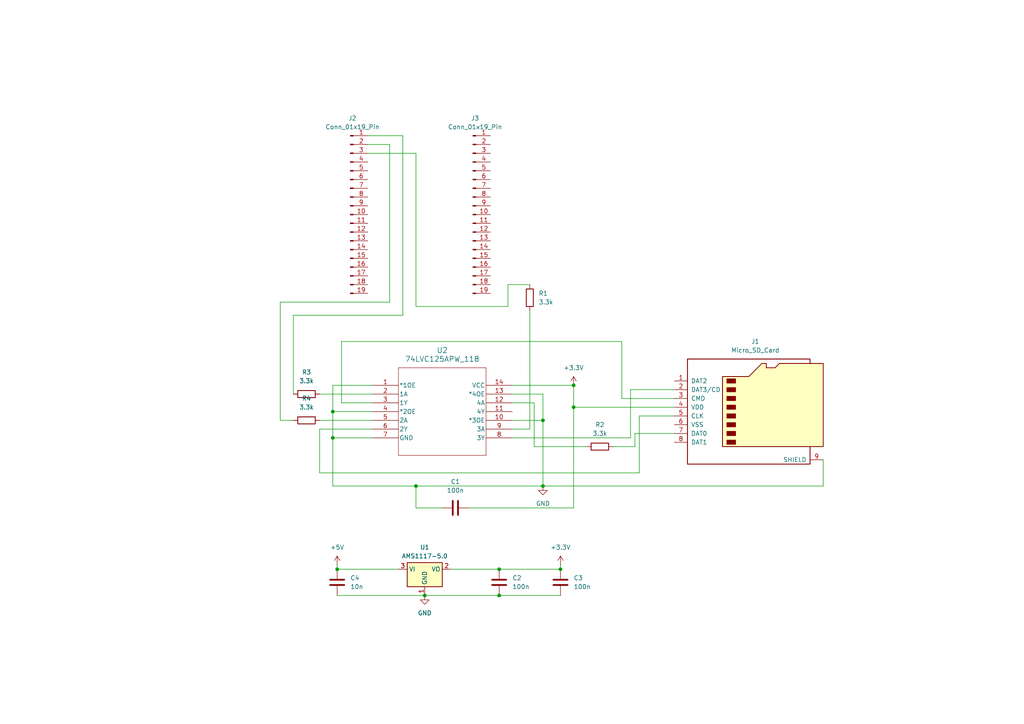
<source format=kicad_sch>
(kicad_sch (version 20231120) (generator "eeschema") (generator_version "8.0")
  (paper "A4")
  (lib_symbols
    (symbol "74LVC125APW,118:74LVC125APW_118" (pin_names (offset 0.254))
      (property "Reference" "U" (at 20.32 10.16 0))
      (property "Value" "74LVC125APW_118" (at 20.32 7.62 0))
      (symbol "74LVC125APW_118_0_1"
        (polyline (pts (xy 7.62 -20.32) (xy 33.02 -20.32)) (stroke (width 0.127)))
        (polyline (pts (xy 7.62 5.08) (xy 7.62 -20.32)) (stroke (width 0.127)))
        (polyline (pts (xy 33.02 -20.32) (xy 33.02 5.08)) (stroke (width 0.127)))
        (polyline (pts (xy 33.02 5.08) (xy 7.62 5.08)) (stroke (width 0.127)))
        (pin input line (at 0 0 0) (length 7.62) (name "*1OE") (number "1"))
        (pin input line (at 40.64 -10.16 180) (length 7.62) (name "*3OE") (number "10"))
        (pin output line (at 40.64 -7.62 180) (length 7.62) (name "4Y") (number "11"))
        (pin input line (at 40.64 -5.08 180) (length 7.62) (name "4A") (number "12"))
        (pin input line (at 40.64 -2.54 180) (length 7.62) (name "*4OE") (number "13"))
        (pin power_in line (at 40.64 0 180) (length 7.62) (name "VCC") (number "14"))
        (pin input line (at 0 -2.54 0) (length 7.62) (name "1A") (number "2"))
        (pin output line (at 0 -5.08 0) (length 7.62) (name "1Y") (number "3"))
        (pin input line (at 0 -7.62 0) (length 7.62) (name "*2OE") (number "4"))
        (pin input line (at 0 -10.16 0) (length 7.62) (name "2A") (number "5"))
        (pin output line (at 0 -12.7 0) (length 7.62) (name "2Y") (number "6"))
        (pin power_out line (at 0 -15.24 0) (length 7.62) (name "GND") (number "7"))
        (pin output line (at 40.64 -15.24 180) (length 7.62) (name "3Y") (number "8"))
        (pin input line (at 40.64 -12.7 180) (length 7.62) (name "3A") (number "9"))
      )
    )
    (symbol "Connector:Conn_01x19_Pin" (pin_names (offset 1.016) hide)
      (property "Reference" "J" (at 0 25.4 0))
      (property "Value" "Conn_01x19_Pin" (at 0 -25.4 0))
      (symbol "Conn_01x19_Pin_1_1"
        (polyline (pts (xy 1.27 -22.86) (xy 0.8636 -22.86)) (stroke (width 0.1524)))
        (polyline (pts (xy 1.27 -20.32) (xy 0.8636 -20.32)) (stroke (width 0.1524)))
        (polyline (pts (xy 1.27 -17.78) (xy 0.8636 -17.78)) (stroke (width 0.1524)))
        (polyline (pts (xy 1.27 -15.24) (xy 0.8636 -15.24)) (stroke (width 0.1524)))
        (polyline (pts (xy 1.27 -12.7) (xy 0.8636 -12.7)) (stroke (width 0.1524)))
        (polyline (pts (xy 1.27 -10.16) (xy 0.8636 -10.16)) (stroke (width 0.1524)))
        (polyline (pts (xy 1.27 -7.62) (xy 0.8636 -7.62)) (stroke (width 0.1524)))
        (polyline (pts (xy 1.27 -5.08) (xy 0.8636 -5.08)) (stroke (width 0.1524)))
        (polyline (pts (xy 1.27 -2.54) (xy 0.8636 -2.54)) (stroke (width 0.1524)))
        (polyline (pts (xy 1.27 0) (xy 0.8636 0)) (stroke (width 0.1524)))
        (polyline (pts (xy 1.27 2.54) (xy 0.8636 2.54)) (stroke (width 0.1524)))
        (polyline (pts (xy 1.27 5.08) (xy 0.8636 5.08)) (stroke (width 0.1524)))
        (polyline (pts (xy 1.27 7.62) (xy 0.8636 7.62)) (stroke (width 0.1524)))
        (polyline (pts (xy 1.27 10.16) (xy 0.8636 10.16)) (stroke (width 0.1524)))
        (polyline (pts (xy 1.27 12.7) (xy 0.8636 12.7)) (stroke (width 0.1524)))
        (polyline (pts (xy 1.27 15.24) (xy 0.8636 15.24)) (stroke (width 0.1524)))
        (polyline (pts (xy 1.27 17.78) (xy 0.8636 17.78)) (stroke (width 0.1524)))
        (polyline (pts (xy 1.27 20.32) (xy 0.8636 20.32)) (stroke (width 0.1524)))
        (polyline (pts (xy 1.27 22.86) (xy 0.8636 22.86)) (stroke (width 0.1524)))
        (rectangle (start 0.8636 -22.733) (end 0 -22.987) (stroke (width 0.1524)) (fill (type outline)))
        (rectangle (start 0.8636 -20.193) (end 0 -20.447) (stroke (width 0.1524)) (fill (type outline)))
        (rectangle (start 0.8636 -17.653) (end 0 -17.907) (stroke (width 0.1524)) (fill (type outline)))
        (rectangle (start 0.8636 -15.113) (end 0 -15.367) (stroke (width 0.1524)) (fill (type outline)))
        (rectangle (start 0.8636 -12.573) (end 0 -12.827) (stroke (width 0.1524)) (fill (type outline)))
        (rectangle (start 0.8636 -10.033) (end 0 -10.287) (stroke (width 0.1524)) (fill (type outline)))
        (rectangle (start 0.8636 -7.493) (end 0 -7.747) (stroke (width 0.1524)) (fill (type outline)))
        (rectangle (start 0.8636 -4.953) (end 0 -5.207) (stroke (width 0.1524)) (fill (type outline)))
        (rectangle (start 0.8636 -2.413) (end 0 -2.667) (stroke (width 0.1524)) (fill (type outline)))
        (rectangle (start 0.8636 0.127) (end 0 -0.127) (stroke (width 0.1524)) (fill (type outline)))
        (rectangle (start 0.8636 2.667) (end 0 2.413) (stroke (width 0.1524)) (fill (type outline)))
        (rectangle (start 0.8636 5.207) (end 0 4.953) (stroke (width 0.1524)) (fill (type outline)))
        (rectangle (start 0.8636 7.747) (end 0 7.493) (stroke (width 0.1524)) (fill (type outline)))
        (rectangle (start 0.8636 10.287) (end 0 10.033) (stroke (width 0.1524)) (fill (type outline)))
        (rectangle (start 0.8636 12.827) (end 0 12.573) (stroke (width 0.1524)) (fill (type outline)))
        (rectangle (start 0.8636 15.367) (end 0 15.113) (stroke (width 0.1524)) (fill (type outline)))
        (rectangle (start 0.8636 17.907) (end 0 17.653) (stroke (width 0.1524)) (fill (type outline)))
        (rectangle (start 0.8636 20.447) (end 0 20.193) (stroke (width 0.1524)) (fill (type outline)))
        (rectangle (start 0.8636 22.987) (end 0 22.733) (stroke (width 0.1524)) (fill (type outline)))
        (pin passive line (at 5.08 22.86 180) (length 3.81) (name "Pin_1") (number "1"))
        (pin passive line (at 5.08 0 180) (length 3.81) (name "Pin_10") (number "10"))
        (pin passive line (at 5.08 -2.54 180) (length 3.81) (name "Pin_11") (number "11"))
        (pin passive line (at 5.08 -5.08 180) (length 3.81) (name "Pin_12") (number "12"))
        (pin passive line (at 5.08 -7.62 180) (length 3.81) (name "Pin_13") (number "13"))
        (pin passive line (at 5.08 -10.16 180) (length 3.81) (name "Pin_14") (number "14"))
        (pin passive line (at 5.08 -12.7 180) (length 3.81) (name "Pin_15") (number "15"))
        (pin passive line (at 5.08 -15.24 180) (length 3.81) (name "Pin_16") (number "16"))
        (pin passive line (at 5.08 -17.78 180) (length 3.81) (name "Pin_17") (number "17"))
        (pin passive line (at 5.08 -20.32 180) (length 3.81) (name "Pin_18") (number "18"))
        (pin passive line (at 5.08 -22.86 180) (length 3.81) (name "Pin_19") (number "19"))
        (pin passive line (at 5.08 20.32 180) (length 3.81) (name "Pin_2") (number "2"))
        (pin passive line (at 5.08 17.78 180) (length 3.81) (name "Pin_3") (number "3"))
        (pin passive line (at 5.08 15.24 180) (length 3.81) (name "Pin_4") (number "4"))
        (pin passive line (at 5.08 12.7 180) (length 3.81) (name "Pin_5") (number "5"))
        (pin passive line (at 5.08 10.16 180) (length 3.81) (name "Pin_6") (number "6"))
        (pin passive line (at 5.08 7.62 180) (length 3.81) (name "Pin_7") (number "7"))
        (pin passive line (at 5.08 5.08 180) (length 3.81) (name "Pin_8") (number "8"))
        (pin passive line (at 5.08 2.54 180) (length 3.81) (name "Pin_9") (number "9"))
      )
    )
    (symbol "Connector:Micro_SD_Card" (pin_names (offset 1.016))
      (property "Reference" "J" (at -16.51 15.24 0))
      (property "Value" "Micro_SD_Card" (at 16.51 15.24 0))
      (symbol "Micro_SD_Card_0_1"
        (rectangle (start -7.62 -9.525) (end -5.08 -10.795) (fill (type outline)))
        (rectangle (start -7.62 -6.985) (end -5.08 -8.255) (fill (type outline)))
        (rectangle (start -7.62 -4.445) (end -5.08 -5.715) (fill (type outline)))
        (rectangle (start -7.62 -1.905) (end -5.08 -3.175) (fill (type outline)))
        (rectangle (start -7.62 0.635) (end -5.08 -0.635) (fill (type outline)))
        (rectangle (start -7.62 3.175) (end -5.08 1.905) (fill (type outline)))
        (rectangle (start -7.62 5.715) (end -5.08 4.445) (fill (type outline)))
        (rectangle (start -7.62 8.255) (end -5.08 6.985) (fill (type outline)))
        (polyline (pts (xy 16.51 12.7) (xy 16.51 13.97) (xy -19.05 13.97) (xy -19.05 -16.51) (xy 16.51 -16.51) (xy 16.51 -11.43)) (stroke (width 0.254)))
        (polyline (pts (xy -8.89 -11.43) (xy -8.89 8.89) (xy -1.27 8.89) (xy 2.54 12.7) (xy 3.81 12.7) (xy 3.81 11.43) (xy 6.35 11.43) (xy 7.62 12.7) (xy 20.32 12.7) (xy 20.32 -11.43) (xy -8.89 -11.43)) (stroke (width 0.254)) (fill (type background)))
      )
      (symbol "Micro_SD_Card_1_1"
        (pin bidirectional line (at -22.86 7.62 0) (length 3.81) (name "DAT2") (number "1"))
        (pin bidirectional line (at -22.86 5.08 0) (length 3.81) (name "DAT3/CD") (number "2"))
        (pin input line (at -22.86 2.54 0) (length 3.81) (name "CMD") (number "3"))
        (pin power_in line (at -22.86 0 0) (length 3.81) (name "VDD") (number "4"))
        (pin input line (at -22.86 -2.54 0) (length 3.81) (name "CLK") (number "5"))
        (pin power_in line (at -22.86 -5.08 0) (length 3.81) (name "VSS") (number "6"))
        (pin bidirectional line (at -22.86 -7.62 0) (length 3.81) (name "DAT0") (number "7"))
        (pin bidirectional line (at -22.86 -10.16 0) (length 3.81) (name "DAT1") (number "8"))
        (pin passive line (at 20.32 -15.24 180) (length 3.81) (name "SHIELD") (number "9"))
      )
    )
    (symbol "Device:C" (pin_numbers hide) (pin_names (offset 0.254))
      (property "Reference" "C" (at 0.635 2.54 0))
      (property "Value" "C" (at 0.635 -2.54 0))
      (symbol "C_0_1"
        (polyline (pts (xy -2.032 -0.762) (xy 2.032 -0.762)) (stroke (width 0.508)))
        (polyline (pts (xy -2.032 0.762) (xy 2.032 0.762)) (stroke (width 0.508)))
      )
      (symbol "C_1_1"
        (pin passive line (at 0 3.81 270) (length 2.794) (name "~") (number "1"))
        (pin passive line (at 0 -3.81 90) (length 2.794) (name "~") (number "2"))
      )
    )
    (symbol "Device:R" (pin_numbers hide) (pin_names (offset 0))
      (property "Reference" "R" (at 2.032 0 90))
      (property "Value" "R" (at 0 0 90))
      (symbol "R_0_1"
        (rectangle (start -1.016 -2.54) (end 1.016 2.54) (stroke (width 0.254)))
      )
      (symbol "R_1_1"
        (pin passive line (at 0 3.81 270) (length 1.27) (name "~") (number "1"))
        (pin passive line (at 0 -3.81 90) (length 1.27) (name "~") (number "2"))
      )
    )
    (symbol "Regulator_Linear:AMS1117-5.0"
      (property "Reference" "U" (at -3.81 3.175 0))
      (property "Value" "AMS1117-5.0" (at 0 3.175 0))
      (symbol "AMS1117-5.0_0_1"
        (rectangle (start -5.08 -5.08) (end 5.08 1.905) (stroke (width 0.254)) (fill (type background)))
      )
      (symbol "AMS1117-5.0_1_1"
        (pin power_in line (at 0 -7.62 90) (length 2.54) (name "GND") (number "1"))
        (pin power_out line (at 7.62 0 180) (length 2.54) (name "VO") (number "2"))
        (pin power_in line (at -7.62 0 0) (length 2.54) (name "VI") (number "3"))
      )
    )
    (symbol "power:+3.3V" (power) (pin_numbers hide) (pin_names (offset 0) hide)
      (property "Value" "+3.3V" (at 0 3.556 0))
      (symbol "+3.3V_0_1"
        (polyline (pts (xy -0.762 1.27) (xy 0 2.54)))
        (polyline (pts (xy 0 0) (xy 0 2.54)))
        (polyline (pts (xy 0 2.54) (xy 0.762 1.27)))
      )
      (symbol "+3.3V_1_1"
        (pin power_in line (at 0 0 90) (length 0) (name "~") (number "1"))
      )
    )
    (symbol "power:+5V" (power) (pin_numbers hide) (pin_names (offset 0) hide)
      (property "Value" "+5V" (at 0 3.556 0))
      (symbol "+5V_0_1"
        (polyline (pts (xy -0.762 1.27) (xy 0 2.54)))
        (polyline (pts (xy 0 0) (xy 0 2.54)))
        (polyline (pts (xy 0 2.54) (xy 0.762 1.27)))
      )
      (symbol "+5V_1_1"
        (pin power_in line (at 0 0 90) (length 0) (name "~") (number "1"))
      )
    )
    (symbol "power:GND" (power) (pin_numbers hide) (pin_names (offset 0) hide)
      (property "Value" "GND" (at 0 -3.81 0))
      (symbol "GND_0_1"
        (polyline (pts (xy 0 0) (xy 0 -1.27) (xy 1.27 -1.27) (xy 0 -2.54) (xy -1.27 -1.27) (xy 0 -1.27)))
      )
      (symbol "GND_1_1"
        (pin power_in line (at 0 0 270) (length 0) (name "~") (number "1"))
      )
    )
  )
  (junction (at 123.19 172.72))
  (junction (at 96.52 127))
  (junction (at 166.37 118.11))
  (junction (at 166.37 111.76))
  (junction (at 162.56 165.1))
  (junction (at 96.52 119.38))
  (junction (at 144.78 165.1))
  (junction (at 97.79 165.1))
  (junction (at 157.48 121.92))
  (junction (at 144.78 172.72))
  (junction (at 120.65 140.97))
  (junction (at 157.48 140.97))
  (wire (pts (xy 92.71 137.16) (xy 185.42 137.16)))
  (wire (pts (xy 154.94 129.54) (xy 154.94 116.84)))
  (wire (pts (xy 96.52 127) (xy 107.95 127)))
  (wire (pts (xy 238.76 133.35) (xy 238.76 140.97)))
  (wire (pts (xy 185.42 137.16) (xy 185.42 120.65)))
  (wire (pts (xy 123.19 172.72) (xy 144.78 172.72)))
  (wire (pts (xy 135.89 147.32) (xy 166.37 147.32)))
  (wire (pts (xy 113.03 41.91) (xy 106.68 41.91)))
  (wire (pts (xy 120.65 140.97) (xy 157.48 140.97)))
  (wire (pts (xy 180.34 99.06) (xy 99.06 99.06)))
  (wire (pts (xy 116.84 39.37) (xy 106.68 39.37)))
  (wire (pts (xy 147.32 82.55) (xy 147.32 88.9)))
  (wire (pts (xy 116.84 91.44) (xy 116.84 39.37)))
  (wire (pts (xy 180.34 115.57) (xy 180.34 99.06)))
  (wire (pts (xy 154.94 116.84) (xy 148.59 116.84)))
  (wire (pts (xy 182.88 127) (xy 182.88 113.03)))
  (wire (pts (xy 166.37 111.76) (xy 166.37 118.11)))
  (wire (pts (xy 185.42 120.65) (xy 195.58 120.65)))
  (wire (pts (xy 166.37 118.11) (xy 195.58 118.11)))
  (wire (pts (xy 99.06 116.84) (xy 107.95 116.84)))
  (wire (pts (xy 195.58 125.73) (xy 184.15 125.73)))
  (wire (pts (xy 120.65 88.9) (xy 120.65 44.45)))
  (wire (pts (xy 153.67 124.46) (xy 153.67 90.17)))
  (wire (pts (xy 92.71 124.46) (xy 92.71 137.16)))
  (wire (pts (xy 157.48 114.3) (xy 157.48 121.92)))
  (wire (pts (xy 128.27 147.32) (xy 120.65 147.32)))
  (wire (pts (xy 97.79 163.83) (xy 97.79 165.1)))
  (wire (pts (xy 184.15 125.73) (xy 184.15 129.54)))
  (wire (pts (xy 96.52 140.97) (xy 120.65 140.97)))
  (wire (pts (xy 144.78 172.72) (xy 162.56 172.72)))
  (wire (pts (xy 153.67 82.55) (xy 147.32 82.55)))
  (wire (pts (xy 120.65 147.32) (xy 120.65 140.97)))
  (wire (pts (xy 107.95 124.46) (xy 92.71 124.46)))
  (wire (pts (xy 130.81 165.1) (xy 144.78 165.1)))
  (wire (pts (xy 107.95 111.76) (xy 96.52 111.76)))
  (wire (pts (xy 148.59 127) (xy 182.88 127)))
  (wire (pts (xy 195.58 115.57) (xy 180.34 115.57)))
  (wire (pts (xy 148.59 111.76) (xy 166.37 111.76)))
  (wire (pts (xy 166.37 147.32) (xy 166.37 118.11)))
  (wire (pts (xy 148.59 121.92) (xy 157.48 121.92)))
  (wire (pts (xy 85.09 91.44) (xy 116.84 91.44)))
  (wire (pts (xy 154.94 129.54) (xy 170.18 129.54)))
  (wire (pts (xy 92.71 114.3) (xy 107.95 114.3)))
  (wire (pts (xy 148.59 124.46) (xy 153.67 124.46)))
  (wire (pts (xy 92.71 121.92) (xy 107.95 121.92)))
  (wire (pts (xy 157.48 121.92) (xy 157.48 140.97)))
  (wire (pts (xy 85.09 114.3) (xy 85.09 91.44)))
  (wire (pts (xy 184.15 129.54) (xy 177.8 129.54)))
  (wire (pts (xy 162.56 165.1) (xy 162.56 163.83)))
  (wire (pts (xy 97.79 165.1) (xy 115.57 165.1)))
  (wire (pts (xy 85.09 121.92) (xy 81.28 121.92)))
  (wire (pts (xy 182.88 113.03) (xy 195.58 113.03)))
  (wire (pts (xy 97.79 172.72) (xy 123.19 172.72)))
  (wire (pts (xy 81.28 121.92) (xy 81.28 87.63)))
  (wire (pts (xy 147.32 88.9) (xy 120.65 88.9)))
  (wire (pts (xy 120.65 44.45) (xy 106.68 44.45)))
  (wire (pts (xy 144.78 165.1) (xy 162.56 165.1)))
  (wire (pts (xy 96.52 119.38) (xy 96.52 127)))
  (wire (pts (xy 96.52 119.38) (xy 107.95 119.38)))
  (wire (pts (xy 113.03 87.63) (xy 113.03 41.91)))
  (wire (pts (xy 148.59 114.3) (xy 157.48 114.3)))
  (wire (pts (xy 157.48 140.97) (xy 238.76 140.97)))
  (wire (pts (xy 81.28 87.63) (xy 113.03 87.63)))
  (wire (pts (xy 96.52 127) (xy 96.52 140.97)))
  (wire (pts (xy 96.52 111.76) (xy 96.52 119.38)))
  (wire (pts (xy 99.06 99.06) (xy 99.06 116.84)))
  (symbol (lib_id "Device:R") (at 153.67 86.36 0) (unit 1)
    (property "Reference" "R1" (at 156.21 85.0899 0) (effects (justify left)))
    (property "Value" "3.3k" (at 156.21 87.6299 0) (effects (justify left)))
    (property "Description" "Resistor" (effects (hide yes)))
  )
  (symbol (lib_id "power:GND") (at 123.19 172.72 0) (unit 1)
    (property "Reference" "#PWR04" (effects (hide yes)))
    (property "Value" "GND" (at 123.19 177.8 0))
    (property "Description" "Power symbol creates a global label with name \"GND\" , ground" (effects (hide yes)))
  )
  (symbol (lib_id "Connector:Conn_01x19_Pin") (at 137.16 62.23 0) (unit 1)
    (property "Reference" "J3" (at 137.795 34.29 0))
    (property "Value" "Conn_01x19_Pin" (at 137.795 36.83 0))
    (property "Footprint" "Connector_Molex:Molex_SL_171971-0019_1x19_P2.54mm_Vertical" (effects (hide yes)))
    (property "Description" "Generic connector, single row, 01x19, script generated" (effects (hide yes)))
  )
  (symbol (lib_id "power:GND") (at 157.48 140.97 0) (unit 1)
    (property "Reference" "#PWR01" (effects (hide yes)))
    (property "Value" "GND" (at 157.48 146.05 0))
    (property "Description" "Power symbol creates a global label with name \"GND\" , ground" (effects (hide yes)))
  )
  (symbol (lib_id "Connector:Micro_SD_Card") (at 218.44 118.11 0) (unit 1)
    (property "Reference" "J1" (at 219.075 99.06 0))
    (property "Value" "Micro_SD_Card" (at 219.075 101.6 0))
    (property "Footprint" "Connector_Card:microSD_HC_Molex_104031-0811" (effects (hide yes)))
    (property "Datasheet" "http://katalog.we-online.de/em/datasheet/693072010801.pdf" (effects (hide yes)))
    (property "Description" "Micro SD Card Socket" (effects (hide yes)))
  )
  (symbol (lib_id "power:+5V") (at 97.79 163.83 0) (unit 1)
    (property "Reference" "#PWR05" (effects (hide yes)))
    (property "Value" "+5V" (at 97.79 158.75 0))
    (property "Description" "Power symbol creates a global label with name \"+5V\"" (effects (hide yes)))
  )
  (symbol (lib_id "power:+3.3V") (at 166.37 111.76 0) (unit 1)
    (property "Reference" "#PWR02" (effects (hide yes)))
    (property "Value" "+3.3V" (at 166.37 106.68 0))
    (property "Description" "Power symbol creates a global label with name \"+3.3V\"" (effects (hide yes)))
  )
  (symbol (lib_id "Connector:Conn_01x19_Pin") (at 101.6 62.23 0) (unit 1)
    (property "Reference" "J2" (at 102.235 34.29 0))
    (property "Value" "Conn_01x19_Pin" (at 102.235 36.83 0))
    (property "Footprint" "Connector_Molex:Molex_SL_171971-0019_1x19_P2.54mm_Vertical" (effects (hide yes)))
    (property "Description" "Generic connector, single row, 01x19, script generated" (effects (hide yes)))
  )
  (symbol (lib_id "Regulator_Linear:AMS1117-5.0") (at 123.19 165.1 0) (unit 1)
    (property "Reference" "U1" (at 123.19 158.75 0))
    (property "Value" "AMS1117-5.0" (at 123.19 161.29 0))
    (property "Footprint" "Connector_Card:microSD_HC_Molex_104031-0811" (effects (hide yes)))
    (property "Datasheet" "http://www.advanced-monolithic.com/pdf/ds1117.pdf" (effects (hide yes)))
    (property "Description" "1A Low Dropout regulator, positive, 5.0V fixed output, SOT-223" (effects (hide yes)))
  )
  (symbol (lib_id "74LVC125APW,118:74LVC125APW_118") (at 107.95 111.76 0) (unit 1)
    (property "Reference" "U2" (at 128.27 101.6 0) (effects (font (size 1.524 1.524))))
    (property "Value" "74LVC125APW_118" (at 128.27 104.14 0) (effects (font (size 1.524 1.524))))
    (property "Footprint" "TSSOP14_SOT402-1_NEX" (effects (hide yes)))
    (property "Datasheet" "74LVC125APW_118" (effects (hide yes)))
  )
  (symbol (lib_id "Device:R") (at 88.9 121.92 90) (unit 1)
    (property "Reference" "R4" (at 88.9 115.57 90))
    (property "Value" "3.3k" (at 88.9 118.11 90))
    (property "Description" "Resistor" (effects (hide yes)))
  )
  (symbol (lib_id "power:+3.3V") (at 162.56 163.83 0) (unit 1)
    (property "Reference" "#PWR03" (effects (hide yes)))
    (property "Value" "+3.3V" (at 162.56 158.75 0))
    (property "Description" "Power symbol creates a global label with name \"+3.3V\"" (effects (hide yes)))
  )
  (symbol (lib_id "Device:C") (at 144.78 168.91 0) (unit 1)
    (property "Reference" "C2" (at 148.59 167.6399 0) (effects (justify left)))
    (property "Value" "100n" (at 148.59 170.1799 0) (effects (justify left)))
    (property "Description" "Unpolarized capacitor" (effects (hide yes)))
  )
  (symbol (lib_id "Device:R") (at 173.99 129.54 90) (unit 1)
    (property "Reference" "R2" (at 173.99 123.19 90))
    (property "Value" "3.3k" (at 173.99 125.73 90))
    (property "Description" "Resistor" (effects (hide yes)))
  )
  (symbol (lib_id "Device:C") (at 162.56 168.91 0) (unit 1)
    (property "Reference" "C3" (at 166.37 167.6399 0) (effects (justify left)))
    (property "Value" "100n" (at 166.37 170.1799 0) (effects (justify left)))
    (property "Description" "Unpolarized capacitor" (effects (hide yes)))
  )
  (symbol (lib_id "Device:C") (at 132.08 147.32 90) (unit 1)
    (property "Reference" "C1" (at 132.08 139.7 90))
    (property "Value" "100n" (at 132.08 142.24 90))
    (property "Description" "Unpolarized capacitor" (effects (hide yes)))
  )
  (symbol (lib_id "Device:C") (at 97.79 168.91 0) (unit 1)
    (property "Reference" "C4" (at 101.6 167.6399 0) (effects (justify left)))
    (property "Value" "10n" (at 101.6 170.1799 0) (effects (justify left)))
    (property "Description" "Unpolarized capacitor" (effects (hide yes)))
  )
  (symbol (lib_id "Device:R") (at 88.9 114.3 90) (unit 1)
    (property "Reference" "R3" (at 88.9 107.95 90))
    (property "Value" "3.3k" (at 88.9 110.49 90))
    (property "Description" "Resistor" (effects (hide yes)))
  )
)
</source>
